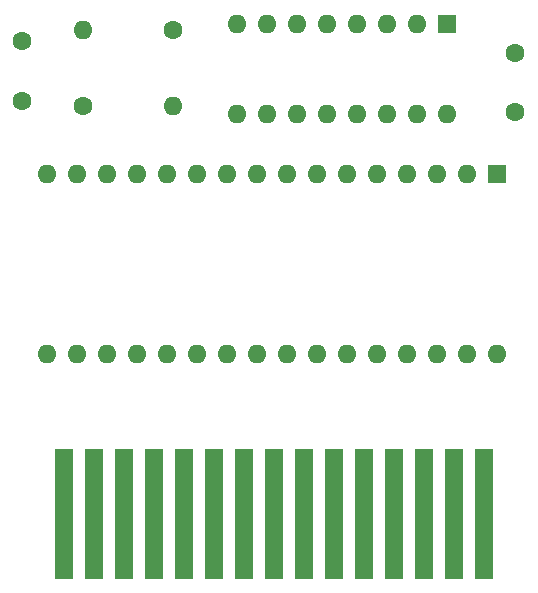
<source format=gbr>
%TF.GenerationSoftware,KiCad,Pcbnew,8.0.6*%
%TF.CreationDate,2025-01-07T17:27:52+02:00*%
%TF.ProjectId,SVI-328-MegaROM,5356492d-3332-4382-9d4d-656761524f4d,1.0*%
%TF.SameCoordinates,Original*%
%TF.FileFunction,Soldermask,Top*%
%TF.FilePolarity,Negative*%
%FSLAX46Y46*%
G04 Gerber Fmt 4.6, Leading zero omitted, Abs format (unit mm)*
G04 Created by KiCad (PCBNEW 8.0.6) date 2025-01-07 17:27:52*
%MOMM*%
%LPD*%
G01*
G04 APERTURE LIST*
%ADD10O,1.600000X1.600000*%
%ADD11C,1.600000*%
%ADD12R,1.600000X1.600000*%
%ADD13R,1.500000X11.000000*%
G04 APERTURE END LIST*
D10*
%TO.C,R2*%
X117880000Y-115000000D03*
D11*
X125500000Y-115000000D03*
%TD*%
%TO.C,R1*%
X117880000Y-121500000D03*
D10*
X125500000Y-121500000D03*
%TD*%
D12*
%TO.C,U2*%
X148740000Y-114500000D03*
D10*
X146200000Y-114500000D03*
X143660000Y-114500000D03*
X141120000Y-114500000D03*
X138580000Y-114500000D03*
X136040000Y-114500000D03*
X133500000Y-114500000D03*
X130960000Y-114500000D03*
X130960000Y-122120000D03*
X133500000Y-122120000D03*
X136040000Y-122120000D03*
X138580000Y-122120000D03*
X141120000Y-122120000D03*
X143660000Y-122120000D03*
X146200000Y-122120000D03*
X148740000Y-122120000D03*
%TD*%
D12*
%TO.C,U1*%
X152900000Y-127260000D03*
D10*
X150360000Y-127260000D03*
X147820000Y-127260000D03*
X145280000Y-127260000D03*
X142740000Y-127260000D03*
X140200000Y-127260000D03*
X137660000Y-127260000D03*
X135120000Y-127260000D03*
X132580000Y-127260000D03*
X130040000Y-127260000D03*
X127500000Y-127260000D03*
X124960000Y-127260000D03*
X122420000Y-127260000D03*
X119880000Y-127260000D03*
X117340000Y-127260000D03*
X114800000Y-127260000D03*
X114800000Y-142500000D03*
X117340000Y-142500000D03*
X119880000Y-142500000D03*
X122420000Y-142500000D03*
X124960000Y-142500000D03*
X127500000Y-142500000D03*
X130040000Y-142500000D03*
X132580000Y-142500000D03*
X135120000Y-142500000D03*
X137660000Y-142500000D03*
X140200000Y-142500000D03*
X142740000Y-142500000D03*
X145280000Y-142500000D03*
X147820000Y-142500000D03*
X150360000Y-142500000D03*
X152900000Y-142500000D03*
%TD*%
D11*
%TO.C,C2*%
X112740000Y-121000000D03*
X112740000Y-116000000D03*
%TD*%
D13*
%TO.C,J1*%
X151808691Y-156000414D03*
X149268691Y-156000414D03*
X146728691Y-156000414D03*
X144188691Y-156000414D03*
X141648691Y-156000414D03*
X139108691Y-156000414D03*
X136568691Y-156000414D03*
X134028691Y-156000414D03*
X131488691Y-156000414D03*
X128948691Y-156000414D03*
X126408691Y-156000414D03*
X123868691Y-156000414D03*
X121328691Y-156000414D03*
X118788691Y-156000414D03*
X116248691Y-156000414D03*
%TD*%
D11*
%TO.C,C1*%
X154500000Y-122000000D03*
X154500000Y-117000000D03*
%TD*%
M02*

</source>
